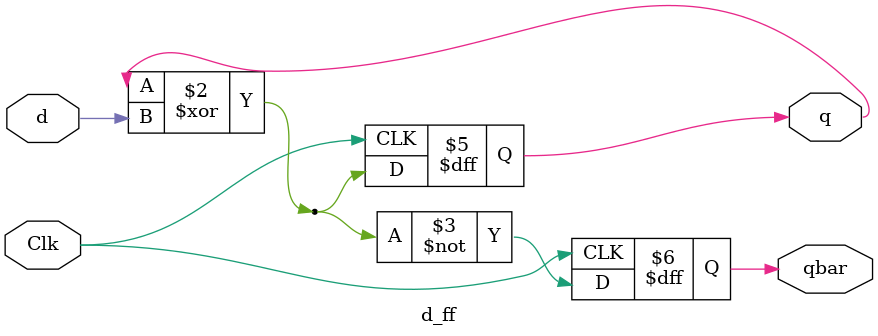
<source format=v>
`timescale 1ns / 1ps


module d_ff(
    input d,Clk,
    output reg q,qbar
    );
    initial
    begin
        q = 0;qbar = 1;
    end
    always @(posedge Clk)
    begin
        q = q ^ d;
        qbar = ~q;
    end
endmodule

</source>
